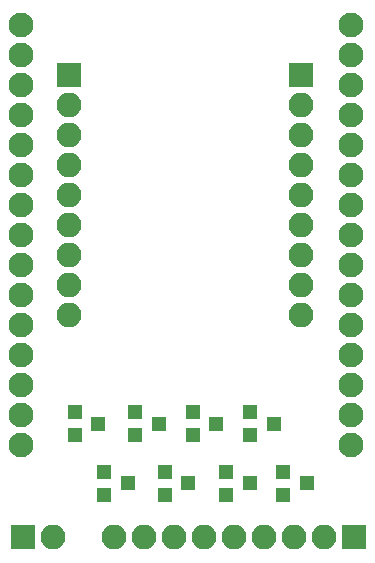
<source format=gbr>
G04 #@! TF.GenerationSoftware,KiCad,Pcbnew,(5.0.0)*
G04 #@! TF.CreationDate,2019-08-02T15:13:00-07:00*
G04 #@! TF.ProjectId,Sequence Controller,53657175656E636520436F6E74726F6C,rev?*
G04 #@! TF.SameCoordinates,Original*
G04 #@! TF.FileFunction,Soldermask,Top*
G04 #@! TF.FilePolarity,Negative*
%FSLAX46Y46*%
G04 Gerber Fmt 4.6, Leading zero omitted, Abs format (unit mm)*
G04 Created by KiCad (PCBNEW (5.0.0)) date 08/02/19 15:13:00*
%MOMM*%
%LPD*%
G01*
G04 APERTURE LIST*
%ADD10C,2.100000*%
%ADD11O,2.100000X2.100000*%
%ADD12R,2.100000X2.100000*%
%ADD13R,1.300000X1.200000*%
G04 APERTURE END LIST*
D10*
G04 #@! TO.C,U1*
X112760001Y-75590001D03*
X112760001Y-78130001D03*
X112760001Y-80670001D03*
X112760001Y-83210001D03*
X112760001Y-85750001D03*
X112760001Y-88290001D03*
X112760001Y-90830001D03*
X112760001Y-93370001D03*
X112760001Y-95910001D03*
X112760001Y-98450001D03*
X112760001Y-100990001D03*
X112760001Y-103530001D03*
X112760001Y-106070001D03*
X112760001Y-108610001D03*
X112760001Y-111150001D03*
X140700001Y-111150001D03*
X140700001Y-108610001D03*
X140700001Y-106070001D03*
X140700001Y-103530001D03*
X140700001Y-100990001D03*
X140700001Y-98450001D03*
X140700001Y-95910001D03*
X140700001Y-93370001D03*
X140700001Y-90830001D03*
X140700001Y-88290001D03*
X140700001Y-85750001D03*
X140700001Y-83210001D03*
X140700001Y-80670001D03*
X140700001Y-78130001D03*
X140700001Y-75590001D03*
G04 #@! TD*
D11*
G04 #@! TO.C,ExtIn1*
X136410000Y-100140000D03*
X136410000Y-97600000D03*
X136410000Y-95060000D03*
X136410000Y-92520000D03*
X136410000Y-89980000D03*
X136410000Y-87440000D03*
X136410000Y-84900000D03*
X136410000Y-82360000D03*
D12*
X136410000Y-79820000D03*
G04 #@! TD*
G04 #@! TO.C,ExtOut1*
X116820000Y-79820000D03*
D11*
X116820000Y-82360000D03*
X116820000Y-84900000D03*
X116820000Y-87440000D03*
X116820000Y-89980000D03*
X116820000Y-92520000D03*
X116820000Y-95060000D03*
X116820000Y-97600000D03*
X116820000Y-100140000D03*
G04 #@! TD*
G04 #@! TO.C,Output1*
X120600000Y-118940000D03*
X123140000Y-118940000D03*
X125680000Y-118940000D03*
X128220000Y-118940000D03*
X130760000Y-118940000D03*
X133300000Y-118940000D03*
X135840000Y-118940000D03*
X138380000Y-118940000D03*
D12*
X140920000Y-118940000D03*
G04 #@! TD*
D13*
G04 #@! TO.C,Q1*
X119280000Y-109320000D03*
X117280000Y-110270000D03*
X117280000Y-108370000D03*
G04 #@! TD*
G04 #@! TO.C,Q2*
X119780000Y-113440000D03*
X119780000Y-115340000D03*
X121780000Y-114390000D03*
G04 #@! TD*
G04 #@! TO.C,Q3*
X124420000Y-109320000D03*
X122420000Y-110270000D03*
X122420000Y-108370000D03*
G04 #@! TD*
G04 #@! TO.C,Q4*
X126910000Y-114390000D03*
X124910000Y-115340000D03*
X124910000Y-113440000D03*
G04 #@! TD*
G04 #@! TO.C,Q5*
X127260000Y-108370000D03*
X127260000Y-110270000D03*
X129260000Y-109320000D03*
G04 #@! TD*
G04 #@! TO.C,Q6*
X130080000Y-113440000D03*
X130080000Y-115340000D03*
X132080000Y-114390000D03*
G04 #@! TD*
G04 #@! TO.C,Q7*
X134140000Y-109320000D03*
X132140000Y-110270000D03*
X132140000Y-108370000D03*
G04 #@! TD*
G04 #@! TO.C,Q8*
X134910000Y-113440000D03*
X134910000Y-115340000D03*
X136910000Y-114390000D03*
G04 #@! TD*
D11*
G04 #@! TO.C,J1*
X115420000Y-118940000D03*
D12*
X112880000Y-118940000D03*
G04 #@! TD*
M02*

</source>
